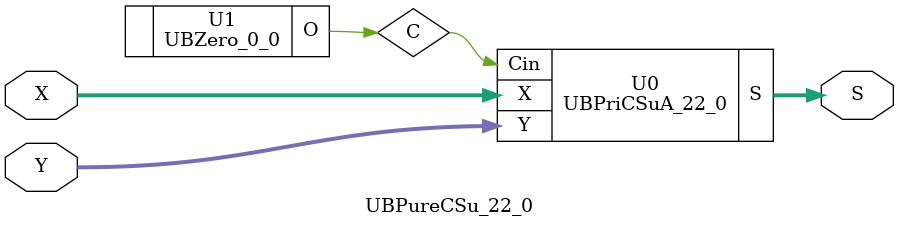
<source format=v>
/*----------------------------------------------------------------------------
  Copyright (c) 2021 Homma laboratory. All rights reserved.

  Top module: UBCSu_22_0_22_0

  Operand-1 length: 23
  Operand-2 length: 23
  Two-operand addition algorithm: Conditional sum adder
----------------------------------------------------------------------------*/

module UBFA_0(C, S, X, Y, Z);
  output C;
  output S;
  input X;
  input Y;
  input Z;
  assign C = ( X & Y ) | ( Y & Z ) | ( Z & X );
  assign S = X ^ Y ^ Z;
endmodule

module UBHCSuB_0_0(C, S, X, Y, Ci);
  output C;
  output S;
  input Ci;
  input X;
  input Y;
  UBFA_0 U0 (C, S, X, Y, Ci);
endmodule

module UBZero_1_1(O);
  output [1:1] O;
  assign O[1] = 0;
endmodule

module UBOne_1(O);
  output O;
  assign O = 1;
endmodule

module UBFA_1(C, S, X, Y, Z);
  output C;
  output S;
  input X;
  input Y;
  input Z;
  assign C = ( X & Y ) | ( Y & Z ) | ( Z & X );
  assign S = X ^ Y ^ Z;
endmodule

module UBCSuB_1_1(C_0, C_1, S_0, S_1, X, Y);
  output C_0;
  output C_1;
  output S_0;
  output S_1;
  input X;
  input Y;
  wire Ci_0;
  wire Ci_1;
  wire Co_0;
  wire Co_1;
  assign C_0 = ( Co_0 & ( ~ Ci_0 ) ) | ( Co_1 & Ci_0 );
  assign C_1 = ( Co_0 & ( ~ Ci_1 ) ) | ( Co_1 & Ci_1 );
  UBZero_1_1 U0 (Ci_0);
  UBOne_1 U1 (Ci_1);
  UBFA_1 U2 (Co_0, S_0, X, Y, Ci_0);
  UBFA_1 U3 (Co_1, S_1, X, Y, Ci_1);
endmodule

module UBHCSuB_1_0(C, S, X, Y, Ci);
  output C;
  output [1:0] S;
  input Ci;
  input [1:0] X;
  input [1:0] Y;
  wire C_0;
  wire C_1;
  wire Co;
  wire S_0;
  wire S_1;
  assign S[1] = ( S_0 & ( ~ Co ) ) | ( S_1 & Co );
  assign C = ( C_0 & ( ~ Co ) ) | ( C_1 & Co );
  UBHCSuB_0_0 U0 (Co, S[0], X[0], Y[0], Ci);
  UBCSuB_1_1 U1 (C_0, C_1, S_0, S_1, X[1], Y[1]);
endmodule

module UBZero_2_2(O);
  output [2:2] O;
  assign O[2] = 0;
endmodule

module UBOne_2(O);
  output O;
  assign O = 1;
endmodule

module UBFA_2(C, S, X, Y, Z);
  output C;
  output S;
  input X;
  input Y;
  input Z;
  assign C = ( X & Y ) | ( Y & Z ) | ( Z & X );
  assign S = X ^ Y ^ Z;
endmodule

module UBCSuB_2_2(C_0, C_1, S_0, S_1, X, Y);
  output C_0;
  output C_1;
  output S_0;
  output S_1;
  input X;
  input Y;
  wire Ci_0;
  wire Ci_1;
  wire Co_0;
  wire Co_1;
  assign C_0 = ( Co_0 & ( ~ Ci_0 ) ) | ( Co_1 & Ci_0 );
  assign C_1 = ( Co_0 & ( ~ Ci_1 ) ) | ( Co_1 & Ci_1 );
  UBZero_2_2 U0 (Ci_0);
  UBOne_2 U1 (Ci_1);
  UBFA_2 U2 (Co_0, S_0, X, Y, Ci_0);
  UBFA_2 U3 (Co_1, S_1, X, Y, Ci_1);
endmodule

module UBHCSuB_2_0(C, S, X, Y, Ci);
  output C;
  output [2:0] S;
  input Ci;
  input [2:0] X;
  input [2:0] Y;
  wire C_0;
  wire C_1;
  wire Co;
  wire S_0;
  wire S_1;
  assign S[2] = ( S_0 & ( ~ Co ) ) | ( S_1 & Co );
  assign C = ( C_0 & ( ~ Co ) ) | ( C_1 & Co );
  UBHCSuB_1_0 U0 (Co, S[1:0], X[1:0], Y[1:0], Ci);
  UBCSuB_2_2 U1 (C_0, C_1, S_0, S_1, X[2], Y[2]);
endmodule

module UBZero_3_3(O);
  output [3:3] O;
  assign O[3] = 0;
endmodule

module UBOne_3(O);
  output O;
  assign O = 1;
endmodule

module UBFA_3(C, S, X, Y, Z);
  output C;
  output S;
  input X;
  input Y;
  input Z;
  assign C = ( X & Y ) | ( Y & Z ) | ( Z & X );
  assign S = X ^ Y ^ Z;
endmodule

module UBCSuB_3_3(C_0, C_1, S_0, S_1, X, Y);
  output C_0;
  output C_1;
  output S_0;
  output S_1;
  input X;
  input Y;
  wire Ci_0;
  wire Ci_1;
  wire Co_0;
  wire Co_1;
  assign C_0 = ( Co_0 & ( ~ Ci_0 ) ) | ( Co_1 & Ci_0 );
  assign C_1 = ( Co_0 & ( ~ Ci_1 ) ) | ( Co_1 & Ci_1 );
  UBZero_3_3 U0 (Ci_0);
  UBOne_3 U1 (Ci_1);
  UBFA_3 U2 (Co_0, S_0, X, Y, Ci_0);
  UBFA_3 U3 (Co_1, S_1, X, Y, Ci_1);
endmodule

module UBZero_4_4(O);
  output [4:4] O;
  assign O[4] = 0;
endmodule

module UBOne_4(O);
  output O;
  assign O = 1;
endmodule

module UBFA_4(C, S, X, Y, Z);
  output C;
  output S;
  input X;
  input Y;
  input Z;
  assign C = ( X & Y ) | ( Y & Z ) | ( Z & X );
  assign S = X ^ Y ^ Z;
endmodule

module UBCSuB_4_4(C_0, C_1, S_0, S_1, X, Y);
  output C_0;
  output C_1;
  output S_0;
  output S_1;
  input X;
  input Y;
  wire Ci_0;
  wire Ci_1;
  wire Co_0;
  wire Co_1;
  assign C_0 = ( Co_0 & ( ~ Ci_0 ) ) | ( Co_1 & Ci_0 );
  assign C_1 = ( Co_0 & ( ~ Ci_1 ) ) | ( Co_1 & Ci_1 );
  UBZero_4_4 U0 (Ci_0);
  UBOne_4 U1 (Ci_1);
  UBFA_4 U2 (Co_0, S_0, X, Y, Ci_0);
  UBFA_4 U3 (Co_1, S_1, X, Y, Ci_1);
endmodule

module UBCSuB_4_3(C_0, C_1, S_0, S_1, X, Y);
  output C_0;
  output C_1;
  output [4:3] S_0;
  output [4:3] S_1;
  input [4:3] X;
  input [4:3] Y;
  wire Ci_0;
  wire Ci_1;
  wire Co_0;
  wire Co_1;
  wire So_0;
  wire So_1;
  assign S_0[4] = ( So_0 & ( ~ Ci_0 ) ) | ( So_1 & Ci_0 );
  assign C_0 = ( Co_0 & ( ~ Ci_0 ) ) | ( Co_1 & Ci_0 );
  assign S_1[4] = ( So_0 & ( ~ Ci_1 ) ) | ( So_1 & Ci_1 );
  assign C_1 = ( Co_0 & ( ~ Ci_1 ) ) | ( Co_1 & Ci_1 );
  UBCSuB_3_3 U0 (Ci_0, Ci_1, S_0[3], S_1[3], X[3], Y[3]);
  UBCSuB_4_4 U1 (Co_0, Co_1, So_0, So_1, X[4], Y[4]);
endmodule

module UBZero_5_5(O);
  output [5:5] O;
  assign O[5] = 0;
endmodule

module UBOne_5(O);
  output O;
  assign O = 1;
endmodule

module UBFA_5(C, S, X, Y, Z);
  output C;
  output S;
  input X;
  input Y;
  input Z;
  assign C = ( X & Y ) | ( Y & Z ) | ( Z & X );
  assign S = X ^ Y ^ Z;
endmodule

module UBCSuB_5_5(C_0, C_1, S_0, S_1, X, Y);
  output C_0;
  output C_1;
  output S_0;
  output S_1;
  input X;
  input Y;
  wire Ci_0;
  wire Ci_1;
  wire Co_0;
  wire Co_1;
  assign C_0 = ( Co_0 & ( ~ Ci_0 ) ) | ( Co_1 & Ci_0 );
  assign C_1 = ( Co_0 & ( ~ Ci_1 ) ) | ( Co_1 & Ci_1 );
  UBZero_5_5 U0 (Ci_0);
  UBOne_5 U1 (Ci_1);
  UBFA_5 U2 (Co_0, S_0, X, Y, Ci_0);
  UBFA_5 U3 (Co_1, S_1, X, Y, Ci_1);
endmodule

module UBCSuB_5_3(C_0, C_1, S_0, S_1, X, Y);
  output C_0;
  output C_1;
  output [5:3] S_0;
  output [5:3] S_1;
  input [5:3] X;
  input [5:3] Y;
  wire Ci_0;
  wire Ci_1;
  wire Co_0;
  wire Co_1;
  wire [5:5] So_0;
  wire [5:5] So_1;
  assign S_0[5] = ( So_0 & ( ~ Ci_0 ) ) | ( So_1 & Ci_0 );
  assign C_0 = ( Co_0 & ( ~ Ci_0 ) ) | ( Co_1 & Ci_0 );
  assign S_1[5] = ( So_0 & ( ~ Ci_1 ) ) | ( So_1 & Ci_1 );
  assign C_1 = ( Co_0 & ( ~ Ci_1 ) ) | ( Co_1 & Ci_1 );
  UBCSuB_4_3 U0 (Ci_0, Ci_1, S_0[4:3], S_1[4:3], X[4:3], Y[4:3]);
  UBCSuB_5_5 U1 (Co_0, Co_1, So_0, So_1, X[5], Y[5]);
endmodule

module UBHCSuB_5_0(C, S, X, Y, Ci);
  output C;
  output [5:0] S;
  input Ci;
  input [5:0] X;
  input [5:0] Y;
  wire C_0;
  wire C_1;
  wire Co;
  wire [5:3] S_0;
  wire [5:3] S_1;
  assign S[3] = ( S_0[3] & ( ~ Co ) ) | ( S_1[3] & Co );
  assign S[4] = ( S_0[4] & ( ~ Co ) ) | ( S_1[4] & Co );
  assign S[5] = ( S_0[5] & ( ~ Co ) ) | ( S_1[5] & Co );
  assign C = ( C_0 & ( ~ Co ) ) | ( C_1 & Co );
  UBHCSuB_2_0 U0 (Co, S[2:0], X[2:0], Y[2:0], Ci);
  UBCSuB_5_3 U1 (C_0, C_1, S_0, S_1, X[5:3], Y[5:3]);
endmodule

module UBZero_6_6(O);
  output [6:6] O;
  assign O[6] = 0;
endmodule

module UBOne_6(O);
  output O;
  assign O = 1;
endmodule

module UBFA_6(C, S, X, Y, Z);
  output C;
  output S;
  input X;
  input Y;
  input Z;
  assign C = ( X & Y ) | ( Y & Z ) | ( Z & X );
  assign S = X ^ Y ^ Z;
endmodule

module UBCSuB_6_6(C_0, C_1, S_0, S_1, X, Y);
  output C_0;
  output C_1;
  output S_0;
  output S_1;
  input X;
  input Y;
  wire Ci_0;
  wire Ci_1;
  wire Co_0;
  wire Co_1;
  assign C_0 = ( Co_0 & ( ~ Ci_0 ) ) | ( Co_1 & Ci_0 );
  assign C_1 = ( Co_0 & ( ~ Ci_1 ) ) | ( Co_1 & Ci_1 );
  UBZero_6_6 U0 (Ci_0);
  UBOne_6 U1 (Ci_1);
  UBFA_6 U2 (Co_0, S_0, X, Y, Ci_0);
  UBFA_6 U3 (Co_1, S_1, X, Y, Ci_1);
endmodule

module UBZero_7_7(O);
  output [7:7] O;
  assign O[7] = 0;
endmodule

module UBOne_7(O);
  output O;
  assign O = 1;
endmodule

module UBFA_7(C, S, X, Y, Z);
  output C;
  output S;
  input X;
  input Y;
  input Z;
  assign C = ( X & Y ) | ( Y & Z ) | ( Z & X );
  assign S = X ^ Y ^ Z;
endmodule

module UBCSuB_7_7(C_0, C_1, S_0, S_1, X, Y);
  output C_0;
  output C_1;
  output S_0;
  output S_1;
  input X;
  input Y;
  wire Ci_0;
  wire Ci_1;
  wire Co_0;
  wire Co_1;
  assign C_0 = ( Co_0 & ( ~ Ci_0 ) ) | ( Co_1 & Ci_0 );
  assign C_1 = ( Co_0 & ( ~ Ci_1 ) ) | ( Co_1 & Ci_1 );
  UBZero_7_7 U0 (Ci_0);
  UBOne_7 U1 (Ci_1);
  UBFA_7 U2 (Co_0, S_0, X, Y, Ci_0);
  UBFA_7 U3 (Co_1, S_1, X, Y, Ci_1);
endmodule

module UBCSuB_7_6(C_0, C_1, S_0, S_1, X, Y);
  output C_0;
  output C_1;
  output [7:6] S_0;
  output [7:6] S_1;
  input [7:6] X;
  input [7:6] Y;
  wire Ci_0;
  wire Ci_1;
  wire Co_0;
  wire Co_1;
  wire So_0;
  wire So_1;
  assign S_0[7] = ( So_0 & ( ~ Ci_0 ) ) | ( So_1 & Ci_0 );
  assign C_0 = ( Co_0 & ( ~ Ci_0 ) ) | ( Co_1 & Ci_0 );
  assign S_1[7] = ( So_0 & ( ~ Ci_1 ) ) | ( So_1 & Ci_1 );
  assign C_1 = ( Co_0 & ( ~ Ci_1 ) ) | ( Co_1 & Ci_1 );
  UBCSuB_6_6 U0 (Ci_0, Ci_1, S_0[6], S_1[6], X[6], Y[6]);
  UBCSuB_7_7 U1 (Co_0, Co_1, So_0, So_1, X[7], Y[7]);
endmodule

module UBZero_8_8(O);
  output [8:8] O;
  assign O[8] = 0;
endmodule

module UBOne_8(O);
  output O;
  assign O = 1;
endmodule

module UBFA_8(C, S, X, Y, Z);
  output C;
  output S;
  input X;
  input Y;
  input Z;
  assign C = ( X & Y ) | ( Y & Z ) | ( Z & X );
  assign S = X ^ Y ^ Z;
endmodule

module UBCSuB_8_8(C_0, C_1, S_0, S_1, X, Y);
  output C_0;
  output C_1;
  output S_0;
  output S_1;
  input X;
  input Y;
  wire Ci_0;
  wire Ci_1;
  wire Co_0;
  wire Co_1;
  assign C_0 = ( Co_0 & ( ~ Ci_0 ) ) | ( Co_1 & Ci_0 );
  assign C_1 = ( Co_0 & ( ~ Ci_1 ) ) | ( Co_1 & Ci_1 );
  UBZero_8_8 U0 (Ci_0);
  UBOne_8 U1 (Ci_1);
  UBFA_8 U2 (Co_0, S_0, X, Y, Ci_0);
  UBFA_8 U3 (Co_1, S_1, X, Y, Ci_1);
endmodule

module UBCSuB_8_6(C_0, C_1, S_0, S_1, X, Y);
  output C_0;
  output C_1;
  output [8:6] S_0;
  output [8:6] S_1;
  input [8:6] X;
  input [8:6] Y;
  wire Ci_0;
  wire Ci_1;
  wire Co_0;
  wire Co_1;
  wire [8:8] So_0;
  wire [8:8] So_1;
  assign S_0[8] = ( So_0 & ( ~ Ci_0 ) ) | ( So_1 & Ci_0 );
  assign C_0 = ( Co_0 & ( ~ Ci_0 ) ) | ( Co_1 & Ci_0 );
  assign S_1[8] = ( So_0 & ( ~ Ci_1 ) ) | ( So_1 & Ci_1 );
  assign C_1 = ( Co_0 & ( ~ Ci_1 ) ) | ( Co_1 & Ci_1 );
  UBCSuB_7_6 U0 (Ci_0, Ci_1, S_0[7:6], S_1[7:6], X[7:6], Y[7:6]);
  UBCSuB_8_8 U1 (Co_0, Co_1, So_0, So_1, X[8], Y[8]);
endmodule

module UBZero_9_9(O);
  output [9:9] O;
  assign O[9] = 0;
endmodule

module UBOne_9(O);
  output O;
  assign O = 1;
endmodule

module UBFA_9(C, S, X, Y, Z);
  output C;
  output S;
  input X;
  input Y;
  input Z;
  assign C = ( X & Y ) | ( Y & Z ) | ( Z & X );
  assign S = X ^ Y ^ Z;
endmodule

module UBCSuB_9_9(C_0, C_1, S_0, S_1, X, Y);
  output C_0;
  output C_1;
  output S_0;
  output S_1;
  input X;
  input Y;
  wire Ci_0;
  wire Ci_1;
  wire Co_0;
  wire Co_1;
  assign C_0 = ( Co_0 & ( ~ Ci_0 ) ) | ( Co_1 & Ci_0 );
  assign C_1 = ( Co_0 & ( ~ Ci_1 ) ) | ( Co_1 & Ci_1 );
  UBZero_9_9 U0 (Ci_0);
  UBOne_9 U1 (Ci_1);
  UBFA_9 U2 (Co_0, S_0, X, Y, Ci_0);
  UBFA_9 U3 (Co_1, S_1, X, Y, Ci_1);
endmodule

module UBZero_10_10(O);
  output [10:10] O;
  assign O[10] = 0;
endmodule

module UBOne_10(O);
  output O;
  assign O = 1;
endmodule

module UBFA_10(C, S, X, Y, Z);
  output C;
  output S;
  input X;
  input Y;
  input Z;
  assign C = ( X & Y ) | ( Y & Z ) | ( Z & X );
  assign S = X ^ Y ^ Z;
endmodule

module UBCSuB_10_10(C_0, C_1, S_0, S_1, X, Y);
  output C_0;
  output C_1;
  output S_0;
  output S_1;
  input X;
  input Y;
  wire Ci_0;
  wire Ci_1;
  wire Co_0;
  wire Co_1;
  assign C_0 = ( Co_0 & ( ~ Ci_0 ) ) | ( Co_1 & Ci_0 );
  assign C_1 = ( Co_0 & ( ~ Ci_1 ) ) | ( Co_1 & Ci_1 );
  UBZero_10_10 U0 (Ci_0);
  UBOne_10 U1 (Ci_1);
  UBFA_10 U2 (Co_0, S_0, X, Y, Ci_0);
  UBFA_10 U3 (Co_1, S_1, X, Y, Ci_1);
endmodule

module UBCSuB_10_9(C_0, C_1, S_0, S_1, X, Y);
  output C_0;
  output C_1;
  output [10:9] S_0;
  output [10:9] S_1;
  input [10:9] X;
  input [10:9] Y;
  wire Ci_0;
  wire Ci_1;
  wire Co_0;
  wire Co_1;
  wire So_0;
  wire So_1;
  assign S_0[10] = ( So_0 & ( ~ Ci_0 ) ) | ( So_1 & Ci_0 );
  assign C_0 = ( Co_0 & ( ~ Ci_0 ) ) | ( Co_1 & Ci_0 );
  assign S_1[10] = ( So_0 & ( ~ Ci_1 ) ) | ( So_1 & Ci_1 );
  assign C_1 = ( Co_0 & ( ~ Ci_1 ) ) | ( Co_1 & Ci_1 );
  UBCSuB_9_9 U0 (Ci_0, Ci_1, S_0[9], S_1[9], X[9], Y[9]);
  UBCSuB_10_10 U1 (Co_0, Co_1, So_0, So_1, X[10], Y[10]);
endmodule

module UBZero_11_11(O);
  output [11:11] O;
  assign O[11] = 0;
endmodule

module UBOne_11(O);
  output O;
  assign O = 1;
endmodule

module UBFA_11(C, S, X, Y, Z);
  output C;
  output S;
  input X;
  input Y;
  input Z;
  assign C = ( X & Y ) | ( Y & Z ) | ( Z & X );
  assign S = X ^ Y ^ Z;
endmodule

module UBCSuB_11_11(C_0, C_1, S_0, S_1, X, Y);
  output C_0;
  output C_1;
  output S_0;
  output S_1;
  input X;
  input Y;
  wire Ci_0;
  wire Ci_1;
  wire Co_0;
  wire Co_1;
  assign C_0 = ( Co_0 & ( ~ Ci_0 ) ) | ( Co_1 & Ci_0 );
  assign C_1 = ( Co_0 & ( ~ Ci_1 ) ) | ( Co_1 & Ci_1 );
  UBZero_11_11 U0 (Ci_0);
  UBOne_11 U1 (Ci_1);
  UBFA_11 U2 (Co_0, S_0, X, Y, Ci_0);
  UBFA_11 U3 (Co_1, S_1, X, Y, Ci_1);
endmodule

module UBCSuB_11_9(C_0, C_1, S_0, S_1, X, Y);
  output C_0;
  output C_1;
  output [11:9] S_0;
  output [11:9] S_1;
  input [11:9] X;
  input [11:9] Y;
  wire Ci_0;
  wire Ci_1;
  wire Co_0;
  wire Co_1;
  wire [11:11] So_0;
  wire [11:11] So_1;
  assign S_0[11] = ( So_0 & ( ~ Ci_0 ) ) | ( So_1 & Ci_0 );
  assign C_0 = ( Co_0 & ( ~ Ci_0 ) ) | ( Co_1 & Ci_0 );
  assign S_1[11] = ( So_0 & ( ~ Ci_1 ) ) | ( So_1 & Ci_1 );
  assign C_1 = ( Co_0 & ( ~ Ci_1 ) ) | ( Co_1 & Ci_1 );
  UBCSuB_10_9 U0 (Ci_0, Ci_1, S_0[10:9], S_1[10:9], X[10:9], Y[10:9]);
  UBCSuB_11_11 U1 (Co_0, Co_1, So_0, So_1, X[11], Y[11]);
endmodule

module UBCSuB_11_6(C_0, C_1, S_0, S_1, X, Y);
  output C_0;
  output C_1;
  output [11:6] S_0;
  output [11:6] S_1;
  input [11:6] X;
  input [11:6] Y;
  wire Ci_0;
  wire Ci_1;
  wire Co_0;
  wire Co_1;
  wire [11:9] So_0;
  wire [11:9] So_1;
  assign S_0[9] = ( So_0[9] & ( ~ Ci_0 ) ) | ( So_1[9] & Ci_0 );
  assign S_0[10] = ( So_0[10] & ( ~ Ci_0 ) ) | ( So_1[10] & Ci_0 );
  assign S_0[11] = ( So_0[11] & ( ~ Ci_0 ) ) | ( So_1[11] & Ci_0 );
  assign C_0 = ( Co_0 & ( ~ Ci_0 ) ) | ( Co_1 & Ci_0 );
  assign S_1[9] = ( So_0[9] & ( ~ Ci_1 ) ) | ( So_1[9] & Ci_1 );
  assign S_1[10] = ( So_0[10] & ( ~ Ci_1 ) ) | ( So_1[10] & Ci_1 );
  assign S_1[11] = ( So_0[11] & ( ~ Ci_1 ) ) | ( So_1[11] & Ci_1 );
  assign C_1 = ( Co_0 & ( ~ Ci_1 ) ) | ( Co_1 & Ci_1 );
  UBCSuB_8_6 U0 (Ci_0, Ci_1, S_0[8:6], S_1[8:6], X[8:6], Y[8:6]);
  UBCSuB_11_9 U1 (Co_0, Co_1, So_0, So_1, X[11:9], Y[11:9]);
endmodule

module UBHCSuB_11_0(C, S, X, Y, Ci);
  output C;
  output [11:0] S;
  input Ci;
  input [11:0] X;
  input [11:0] Y;
  wire C_0;
  wire C_1;
  wire Co;
  wire [11:6] S_0;
  wire [11:6] S_1;
  assign S[6] = ( S_0[6] & ( ~ Co ) ) | ( S_1[6] & Co );
  assign S[7] = ( S_0[7] & ( ~ Co ) ) | ( S_1[7] & Co );
  assign S[8] = ( S_0[8] & ( ~ Co ) ) | ( S_1[8] & Co );
  assign S[9] = ( S_0[9] & ( ~ Co ) ) | ( S_1[9] & Co );
  assign S[10] = ( S_0[10] & ( ~ Co ) ) | ( S_1[10] & Co );
  assign S[11] = ( S_0[11] & ( ~ Co ) ) | ( S_1[11] & Co );
  assign C = ( C_0 & ( ~ Co ) ) | ( C_1 & Co );
  UBHCSuB_5_0 U0 (Co, S[5:0], X[5:0], Y[5:0], Ci);
  UBCSuB_11_6 U1 (C_0, C_1, S_0, S_1, X[11:6], Y[11:6]);
endmodule

module UBZero_12_12(O);
  output [12:12] O;
  assign O[12] = 0;
endmodule

module UBOne_12(O);
  output O;
  assign O = 1;
endmodule

module UBFA_12(C, S, X, Y, Z);
  output C;
  output S;
  input X;
  input Y;
  input Z;
  assign C = ( X & Y ) | ( Y & Z ) | ( Z & X );
  assign S = X ^ Y ^ Z;
endmodule

module UBCSuB_12_12(C_0, C_1, S_0, S_1, X, Y);
  output C_0;
  output C_1;
  output S_0;
  output S_1;
  input X;
  input Y;
  wire Ci_0;
  wire Ci_1;
  wire Co_0;
  wire Co_1;
  assign C_0 = ( Co_0 & ( ~ Ci_0 ) ) | ( Co_1 & Ci_0 );
  assign C_1 = ( Co_0 & ( ~ Ci_1 ) ) | ( Co_1 & Ci_1 );
  UBZero_12_12 U0 (Ci_0);
  UBOne_12 U1 (Ci_1);
  UBFA_12 U2 (Co_0, S_0, X, Y, Ci_0);
  UBFA_12 U3 (Co_1, S_1, X, Y, Ci_1);
endmodule

module UBZero_13_13(O);
  output [13:13] O;
  assign O[13] = 0;
endmodule

module UBOne_13(O);
  output O;
  assign O = 1;
endmodule

module UBFA_13(C, S, X, Y, Z);
  output C;
  output S;
  input X;
  input Y;
  input Z;
  assign C = ( X & Y ) | ( Y & Z ) | ( Z & X );
  assign S = X ^ Y ^ Z;
endmodule

module UBCSuB_13_13(C_0, C_1, S_0, S_1, X, Y);
  output C_0;
  output C_1;
  output S_0;
  output S_1;
  input X;
  input Y;
  wire Ci_0;
  wire Ci_1;
  wire Co_0;
  wire Co_1;
  assign C_0 = ( Co_0 & ( ~ Ci_0 ) ) | ( Co_1 & Ci_0 );
  assign C_1 = ( Co_0 & ( ~ Ci_1 ) ) | ( Co_1 & Ci_1 );
  UBZero_13_13 U0 (Ci_0);
  UBOne_13 U1 (Ci_1);
  UBFA_13 U2 (Co_0, S_0, X, Y, Ci_0);
  UBFA_13 U3 (Co_1, S_1, X, Y, Ci_1);
endmodule

module UBCSuB_13_12(C_0, C_1, S_0, S_1, X, Y);
  output C_0;
  output C_1;
  output [13:12] S_0;
  output [13:12] S_1;
  input [13:12] X;
  input [13:12] Y;
  wire Ci_0;
  wire Ci_1;
  wire Co_0;
  wire Co_1;
  wire So_0;
  wire So_1;
  assign S_0[13] = ( So_0 & ( ~ Ci_0 ) ) | ( So_1 & Ci_0 );
  assign C_0 = ( Co_0 & ( ~ Ci_0 ) ) | ( Co_1 & Ci_0 );
  assign S_1[13] = ( So_0 & ( ~ Ci_1 ) ) | ( So_1 & Ci_1 );
  assign C_1 = ( Co_0 & ( ~ Ci_1 ) ) | ( Co_1 & Ci_1 );
  UBCSuB_12_12 U0 (Ci_0, Ci_1, S_0[12], S_1[12], X[12], Y[12]);
  UBCSuB_13_13 U1 (Co_0, Co_1, So_0, So_1, X[13], Y[13]);
endmodule

module UBZero_14_14(O);
  output [14:14] O;
  assign O[14] = 0;
endmodule

module UBOne_14(O);
  output O;
  assign O = 1;
endmodule

module UBFA_14(C, S, X, Y, Z);
  output C;
  output S;
  input X;
  input Y;
  input Z;
  assign C = ( X & Y ) | ( Y & Z ) | ( Z & X );
  assign S = X ^ Y ^ Z;
endmodule

module UBCSuB_14_14(C_0, C_1, S_0, S_1, X, Y);
  output C_0;
  output C_1;
  output S_0;
  output S_1;
  input X;
  input Y;
  wire Ci_0;
  wire Ci_1;
  wire Co_0;
  wire Co_1;
  assign C_0 = ( Co_0 & ( ~ Ci_0 ) ) | ( Co_1 & Ci_0 );
  assign C_1 = ( Co_0 & ( ~ Ci_1 ) ) | ( Co_1 & Ci_1 );
  UBZero_14_14 U0 (Ci_0);
  UBOne_14 U1 (Ci_1);
  UBFA_14 U2 (Co_0, S_0, X, Y, Ci_0);
  UBFA_14 U3 (Co_1, S_1, X, Y, Ci_1);
endmodule

module UBCSuB_14_12(C_0, C_1, S_0, S_1, X, Y);
  output C_0;
  output C_1;
  output [14:12] S_0;
  output [14:12] S_1;
  input [14:12] X;
  input [14:12] Y;
  wire Ci_0;
  wire Ci_1;
  wire Co_0;
  wire Co_1;
  wire [14:14] So_0;
  wire [14:14] So_1;
  assign S_0[14] = ( So_0 & ( ~ Ci_0 ) ) | ( So_1 & Ci_0 );
  assign C_0 = ( Co_0 & ( ~ Ci_0 ) ) | ( Co_1 & Ci_0 );
  assign S_1[14] = ( So_0 & ( ~ Ci_1 ) ) | ( So_1 & Ci_1 );
  assign C_1 = ( Co_0 & ( ~ Ci_1 ) ) | ( Co_1 & Ci_1 );
  UBCSuB_13_12 U0 (Ci_0, Ci_1, S_0[13:12], S_1[13:12], X[13:12], Y[13:12]);
  UBCSuB_14_14 U1 (Co_0, Co_1, So_0, So_1, X[14], Y[14]);
endmodule

module UBZero_15_15(O);
  output [15:15] O;
  assign O[15] = 0;
endmodule

module UBOne_15(O);
  output O;
  assign O = 1;
endmodule

module UBFA_15(C, S, X, Y, Z);
  output C;
  output S;
  input X;
  input Y;
  input Z;
  assign C = ( X & Y ) | ( Y & Z ) | ( Z & X );
  assign S = X ^ Y ^ Z;
endmodule

module UBCSuB_15_15(C_0, C_1, S_0, S_1, X, Y);
  output C_0;
  output C_1;
  output S_0;
  output S_1;
  input X;
  input Y;
  wire Ci_0;
  wire Ci_1;
  wire Co_0;
  wire Co_1;
  assign C_0 = ( Co_0 & ( ~ Ci_0 ) ) | ( Co_1 & Ci_0 );
  assign C_1 = ( Co_0 & ( ~ Ci_1 ) ) | ( Co_1 & Ci_1 );
  UBZero_15_15 U0 (Ci_0);
  UBOne_15 U1 (Ci_1);
  UBFA_15 U2 (Co_0, S_0, X, Y, Ci_0);
  UBFA_15 U3 (Co_1, S_1, X, Y, Ci_1);
endmodule

module UBZero_16_16(O);
  output [16:16] O;
  assign O[16] = 0;
endmodule

module UBOne_16(O);
  output O;
  assign O = 1;
endmodule

module UBFA_16(C, S, X, Y, Z);
  output C;
  output S;
  input X;
  input Y;
  input Z;
  assign C = ( X & Y ) | ( Y & Z ) | ( Z & X );
  assign S = X ^ Y ^ Z;
endmodule

module UBCSuB_16_16(C_0, C_1, S_0, S_1, X, Y);
  output C_0;
  output C_1;
  output S_0;
  output S_1;
  input X;
  input Y;
  wire Ci_0;
  wire Ci_1;
  wire Co_0;
  wire Co_1;
  assign C_0 = ( Co_0 & ( ~ Ci_0 ) ) | ( Co_1 & Ci_0 );
  assign C_1 = ( Co_0 & ( ~ Ci_1 ) ) | ( Co_1 & Ci_1 );
  UBZero_16_16 U0 (Ci_0);
  UBOne_16 U1 (Ci_1);
  UBFA_16 U2 (Co_0, S_0, X, Y, Ci_0);
  UBFA_16 U3 (Co_1, S_1, X, Y, Ci_1);
endmodule

module UBCSuB_16_15(C_0, C_1, S_0, S_1, X, Y);
  output C_0;
  output C_1;
  output [16:15] S_0;
  output [16:15] S_1;
  input [16:15] X;
  input [16:15] Y;
  wire Ci_0;
  wire Ci_1;
  wire Co_0;
  wire Co_1;
  wire So_0;
  wire So_1;
  assign S_0[16] = ( So_0 & ( ~ Ci_0 ) ) | ( So_1 & Ci_0 );
  assign C_0 = ( Co_0 & ( ~ Ci_0 ) ) | ( Co_1 & Ci_0 );
  assign S_1[16] = ( So_0 & ( ~ Ci_1 ) ) | ( So_1 & Ci_1 );
  assign C_1 = ( Co_0 & ( ~ Ci_1 ) ) | ( Co_1 & Ci_1 );
  UBCSuB_15_15 U0 (Ci_0, Ci_1, S_0[15], S_1[15], X[15], Y[15]);
  UBCSuB_16_16 U1 (Co_0, Co_1, So_0, So_1, X[16], Y[16]);
endmodule

module UBZero_17_17(O);
  output [17:17] O;
  assign O[17] = 0;
endmodule

module UBOne_17(O);
  output O;
  assign O = 1;
endmodule

module UBFA_17(C, S, X, Y, Z);
  output C;
  output S;
  input X;
  input Y;
  input Z;
  assign C = ( X & Y ) | ( Y & Z ) | ( Z & X );
  assign S = X ^ Y ^ Z;
endmodule

module UBCSuB_17_17(C_0, C_1, S_0, S_1, X, Y);
  output C_0;
  output C_1;
  output S_0;
  output S_1;
  input X;
  input Y;
  wire Ci_0;
  wire Ci_1;
  wire Co_0;
  wire Co_1;
  assign C_0 = ( Co_0 & ( ~ Ci_0 ) ) | ( Co_1 & Ci_0 );
  assign C_1 = ( Co_0 & ( ~ Ci_1 ) ) | ( Co_1 & Ci_1 );
  UBZero_17_17 U0 (Ci_0);
  UBOne_17 U1 (Ci_1);
  UBFA_17 U2 (Co_0, S_0, X, Y, Ci_0);
  UBFA_17 U3 (Co_1, S_1, X, Y, Ci_1);
endmodule

module UBCSuB_17_15(C_0, C_1, S_0, S_1, X, Y);
  output C_0;
  output C_1;
  output [17:15] S_0;
  output [17:15] S_1;
  input [17:15] X;
  input [17:15] Y;
  wire Ci_0;
  wire Ci_1;
  wire Co_0;
  wire Co_1;
  wire [17:17] So_0;
  wire [17:17] So_1;
  assign S_0[17] = ( So_0 & ( ~ Ci_0 ) ) | ( So_1 & Ci_0 );
  assign C_0 = ( Co_0 & ( ~ Ci_0 ) ) | ( Co_1 & Ci_0 );
  assign S_1[17] = ( So_0 & ( ~ Ci_1 ) ) | ( So_1 & Ci_1 );
  assign C_1 = ( Co_0 & ( ~ Ci_1 ) ) | ( Co_1 & Ci_1 );
  UBCSuB_16_15 U0 (Ci_0, Ci_1, S_0[16:15], S_1[16:15], X[16:15], Y[16:15]);
  UBCSuB_17_17 U1 (Co_0, Co_1, So_0, So_1, X[17], Y[17]);
endmodule

module UBCSuB_17_12(C_0, C_1, S_0, S_1, X, Y);
  output C_0;
  output C_1;
  output [17:12] S_0;
  output [17:12] S_1;
  input [17:12] X;
  input [17:12] Y;
  wire Ci_0;
  wire Ci_1;
  wire Co_0;
  wire Co_1;
  wire [17:15] So_0;
  wire [17:15] So_1;
  assign S_0[15] = ( So_0[15] & ( ~ Ci_0 ) ) | ( So_1[15] & Ci_0 );
  assign S_0[16] = ( So_0[16] & ( ~ Ci_0 ) ) | ( So_1[16] & Ci_0 );
  assign S_0[17] = ( So_0[17] & ( ~ Ci_0 ) ) | ( So_1[17] & Ci_0 );
  assign C_0 = ( Co_0 & ( ~ Ci_0 ) ) | ( Co_1 & Ci_0 );
  assign S_1[15] = ( So_0[15] & ( ~ Ci_1 ) ) | ( So_1[15] & Ci_1 );
  assign S_1[16] = ( So_0[16] & ( ~ Ci_1 ) ) | ( So_1[16] & Ci_1 );
  assign S_1[17] = ( So_0[17] & ( ~ Ci_1 ) ) | ( So_1[17] & Ci_1 );
  assign C_1 = ( Co_0 & ( ~ Ci_1 ) ) | ( Co_1 & Ci_1 );
  UBCSuB_14_12 U0 (Ci_0, Ci_1, S_0[14:12], S_1[14:12], X[14:12], Y[14:12]);
  UBCSuB_17_15 U1 (Co_0, Co_1, So_0, So_1, X[17:15], Y[17:15]);
endmodule

module UBZero_18_18(O);
  output [18:18] O;
  assign O[18] = 0;
endmodule

module UBOne_18(O);
  output O;
  assign O = 1;
endmodule

module UBFA_18(C, S, X, Y, Z);
  output C;
  output S;
  input X;
  input Y;
  input Z;
  assign C = ( X & Y ) | ( Y & Z ) | ( Z & X );
  assign S = X ^ Y ^ Z;
endmodule

module UBCSuB_18_18(C_0, C_1, S_0, S_1, X, Y);
  output C_0;
  output C_1;
  output S_0;
  output S_1;
  input X;
  input Y;
  wire Ci_0;
  wire Ci_1;
  wire Co_0;
  wire Co_1;
  assign C_0 = ( Co_0 & ( ~ Ci_0 ) ) | ( Co_1 & Ci_0 );
  assign C_1 = ( Co_0 & ( ~ Ci_1 ) ) | ( Co_1 & Ci_1 );
  UBZero_18_18 U0 (Ci_0);
  UBOne_18 U1 (Ci_1);
  UBFA_18 U2 (Co_0, S_0, X, Y, Ci_0);
  UBFA_18 U3 (Co_1, S_1, X, Y, Ci_1);
endmodule

module UBZero_19_19(O);
  output [19:19] O;
  assign O[19] = 0;
endmodule

module UBOne_19(O);
  output O;
  assign O = 1;
endmodule

module UBFA_19(C, S, X, Y, Z);
  output C;
  output S;
  input X;
  input Y;
  input Z;
  assign C = ( X & Y ) | ( Y & Z ) | ( Z & X );
  assign S = X ^ Y ^ Z;
endmodule

module UBCSuB_19_19(C_0, C_1, S_0, S_1, X, Y);
  output C_0;
  output C_1;
  output S_0;
  output S_1;
  input X;
  input Y;
  wire Ci_0;
  wire Ci_1;
  wire Co_0;
  wire Co_1;
  assign C_0 = ( Co_0 & ( ~ Ci_0 ) ) | ( Co_1 & Ci_0 );
  assign C_1 = ( Co_0 & ( ~ Ci_1 ) ) | ( Co_1 & Ci_1 );
  UBZero_19_19 U0 (Ci_0);
  UBOne_19 U1 (Ci_1);
  UBFA_19 U2 (Co_0, S_0, X, Y, Ci_0);
  UBFA_19 U3 (Co_1, S_1, X, Y, Ci_1);
endmodule

module UBCSuB_19_18(C_0, C_1, S_0, S_1, X, Y);
  output C_0;
  output C_1;
  output [19:18] S_0;
  output [19:18] S_1;
  input [19:18] X;
  input [19:18] Y;
  wire Ci_0;
  wire Ci_1;
  wire Co_0;
  wire Co_1;
  wire So_0;
  wire So_1;
  assign S_0[19] = ( So_0 & ( ~ Ci_0 ) ) | ( So_1 & Ci_0 );
  assign C_0 = ( Co_0 & ( ~ Ci_0 ) ) | ( Co_1 & Ci_0 );
  assign S_1[19] = ( So_0 & ( ~ Ci_1 ) ) | ( So_1 & Ci_1 );
  assign C_1 = ( Co_0 & ( ~ Ci_1 ) ) | ( Co_1 & Ci_1 );
  UBCSuB_18_18 U0 (Ci_0, Ci_1, S_0[18], S_1[18], X[18], Y[18]);
  UBCSuB_19_19 U1 (Co_0, Co_1, So_0, So_1, X[19], Y[19]);
endmodule

module UBZero_20_20(O);
  output [20:20] O;
  assign O[20] = 0;
endmodule

module UBOne_20(O);
  output O;
  assign O = 1;
endmodule

module UBFA_20(C, S, X, Y, Z);
  output C;
  output S;
  input X;
  input Y;
  input Z;
  assign C = ( X & Y ) | ( Y & Z ) | ( Z & X );
  assign S = X ^ Y ^ Z;
endmodule

module UBCSuB_20_20(C_0, C_1, S_0, S_1, X, Y);
  output C_0;
  output C_1;
  output S_0;
  output S_1;
  input X;
  input Y;
  wire Ci_0;
  wire Ci_1;
  wire Co_0;
  wire Co_1;
  assign C_0 = ( Co_0 & ( ~ Ci_0 ) ) | ( Co_1 & Ci_0 );
  assign C_1 = ( Co_0 & ( ~ Ci_1 ) ) | ( Co_1 & Ci_1 );
  UBZero_20_20 U0 (Ci_0);
  UBOne_20 U1 (Ci_1);
  UBFA_20 U2 (Co_0, S_0, X, Y, Ci_0);
  UBFA_20 U3 (Co_1, S_1, X, Y, Ci_1);
endmodule

module UBCSuB_20_18(C_0, C_1, S_0, S_1, X, Y);
  output C_0;
  output C_1;
  output [20:18] S_0;
  output [20:18] S_1;
  input [20:18] X;
  input [20:18] Y;
  wire Ci_0;
  wire Ci_1;
  wire Co_0;
  wire Co_1;
  wire [20:20] So_0;
  wire [20:20] So_1;
  assign S_0[20] = ( So_0 & ( ~ Ci_0 ) ) | ( So_1 & Ci_0 );
  assign C_0 = ( Co_0 & ( ~ Ci_0 ) ) | ( Co_1 & Ci_0 );
  assign S_1[20] = ( So_0 & ( ~ Ci_1 ) ) | ( So_1 & Ci_1 );
  assign C_1 = ( Co_0 & ( ~ Ci_1 ) ) | ( Co_1 & Ci_1 );
  UBCSuB_19_18 U0 (Ci_0, Ci_1, S_0[19:18], S_1[19:18], X[19:18], Y[19:18]);
  UBCSuB_20_20 U1 (Co_0, Co_1, So_0, So_1, X[20], Y[20]);
endmodule

module UBZero_21_21(O);
  output [21:21] O;
  assign O[21] = 0;
endmodule

module UBOne_21(O);
  output O;
  assign O = 1;
endmodule

module UBFA_21(C, S, X, Y, Z);
  output C;
  output S;
  input X;
  input Y;
  input Z;
  assign C = ( X & Y ) | ( Y & Z ) | ( Z & X );
  assign S = X ^ Y ^ Z;
endmodule

module UBCSuB_21_21(C_0, C_1, S_0, S_1, X, Y);
  output C_0;
  output C_1;
  output S_0;
  output S_1;
  input X;
  input Y;
  wire Ci_0;
  wire Ci_1;
  wire Co_0;
  wire Co_1;
  assign C_0 = ( Co_0 & ( ~ Ci_0 ) ) | ( Co_1 & Ci_0 );
  assign C_1 = ( Co_0 & ( ~ Ci_1 ) ) | ( Co_1 & Ci_1 );
  UBZero_21_21 U0 (Ci_0);
  UBOne_21 U1 (Ci_1);
  UBFA_21 U2 (Co_0, S_0, X, Y, Ci_0);
  UBFA_21 U3 (Co_1, S_1, X, Y, Ci_1);
endmodule

module UBZero_22_22(O);
  output [22:22] O;
  assign O[22] = 0;
endmodule

module UBOne_22(O);
  output O;
  assign O = 1;
endmodule

module UBFA_22(C, S, X, Y, Z);
  output C;
  output S;
  input X;
  input Y;
  input Z;
  assign C = ( X & Y ) | ( Y & Z ) | ( Z & X );
  assign S = X ^ Y ^ Z;
endmodule

module UBCSuB_22_22(C_0, C_1, S_0, S_1, X, Y);
  output C_0;
  output C_1;
  output S_0;
  output S_1;
  input X;
  input Y;
  wire Ci_0;
  wire Ci_1;
  wire Co_0;
  wire Co_1;
  assign C_0 = ( Co_0 & ( ~ Ci_0 ) ) | ( Co_1 & Ci_0 );
  assign C_1 = ( Co_0 & ( ~ Ci_1 ) ) | ( Co_1 & Ci_1 );
  UBZero_22_22 U0 (Ci_0);
  UBOne_22 U1 (Ci_1);
  UBFA_22 U2 (Co_0, S_0, X, Y, Ci_0);
  UBFA_22 U3 (Co_1, S_1, X, Y, Ci_1);
endmodule

module UBCSuB_22_21(C_0, C_1, S_0, S_1, X, Y);
  output C_0;
  output C_1;
  output [22:21] S_0;
  output [22:21] S_1;
  input [22:21] X;
  input [22:21] Y;
  wire Ci_0;
  wire Ci_1;
  wire Co_0;
  wire Co_1;
  wire So_0;
  wire So_1;
  assign S_0[22] = ( So_0 & ( ~ Ci_0 ) ) | ( So_1 & Ci_0 );
  assign C_0 = ( Co_0 & ( ~ Ci_0 ) ) | ( Co_1 & Ci_0 );
  assign S_1[22] = ( So_0 & ( ~ Ci_1 ) ) | ( So_1 & Ci_1 );
  assign C_1 = ( Co_0 & ( ~ Ci_1 ) ) | ( Co_1 & Ci_1 );
  UBCSuB_21_21 U0 (Ci_0, Ci_1, S_0[21], S_1[21], X[21], Y[21]);
  UBCSuB_22_22 U1 (Co_0, Co_1, So_0, So_1, X[22], Y[22]);
endmodule

module UBCSuB_22_18(C_0, C_1, S_0, S_1, X, Y);
  output C_0;
  output C_1;
  output [22:18] S_0;
  output [22:18] S_1;
  input [22:18] X;
  input [22:18] Y;
  wire Ci_0;
  wire Ci_1;
  wire Co_0;
  wire Co_1;
  wire [22:21] So_0;
  wire [22:21] So_1;
  assign S_0[21] = ( So_0[21] & ( ~ Ci_0 ) ) | ( So_1[21] & Ci_0 );
  assign S_0[22] = ( So_0[22] & ( ~ Ci_0 ) ) | ( So_1[22] & Ci_0 );
  assign C_0 = ( Co_0 & ( ~ Ci_0 ) ) | ( Co_1 & Ci_0 );
  assign S_1[21] = ( So_0[21] & ( ~ Ci_1 ) ) | ( So_1[21] & Ci_1 );
  assign S_1[22] = ( So_0[22] & ( ~ Ci_1 ) ) | ( So_1[22] & Ci_1 );
  assign C_1 = ( Co_0 & ( ~ Ci_1 ) ) | ( Co_1 & Ci_1 );
  UBCSuB_20_18 U0 (Ci_0, Ci_1, S_0[20:18], S_1[20:18], X[20:18], Y[20:18]);
  UBCSuB_22_21 U1 (Co_0, Co_1, So_0, So_1, X[22:21], Y[22:21]);
endmodule

module UBCSuB_22_12(C_0, C_1, S_0, S_1, X, Y);
  output C_0;
  output C_1;
  output [22:12] S_0;
  output [22:12] S_1;
  input [22:12] X;
  input [22:12] Y;
  wire Ci_0;
  wire Ci_1;
  wire Co_0;
  wire Co_1;
  wire [22:18] So_0;
  wire [22:18] So_1;
  assign S_0[18] = ( So_0[18] & ( ~ Ci_0 ) ) | ( So_1[18] & Ci_0 );
  assign S_0[19] = ( So_0[19] & ( ~ Ci_0 ) ) | ( So_1[19] & Ci_0 );
  assign S_0[20] = ( So_0[20] & ( ~ Ci_0 ) ) | ( So_1[20] & Ci_0 );
  assign S_0[21] = ( So_0[21] & ( ~ Ci_0 ) ) | ( So_1[21] & Ci_0 );
  assign S_0[22] = ( So_0[22] & ( ~ Ci_0 ) ) | ( So_1[22] & Ci_0 );
  assign C_0 = ( Co_0 & ( ~ Ci_0 ) ) | ( Co_1 & Ci_0 );
  assign S_1[18] = ( So_0[18] & ( ~ Ci_1 ) ) | ( So_1[18] & Ci_1 );
  assign S_1[19] = ( So_0[19] & ( ~ Ci_1 ) ) | ( So_1[19] & Ci_1 );
  assign S_1[20] = ( So_0[20] & ( ~ Ci_1 ) ) | ( So_1[20] & Ci_1 );
  assign S_1[21] = ( So_0[21] & ( ~ Ci_1 ) ) | ( So_1[21] & Ci_1 );
  assign S_1[22] = ( So_0[22] & ( ~ Ci_1 ) ) | ( So_1[22] & Ci_1 );
  assign C_1 = ( Co_0 & ( ~ Ci_1 ) ) | ( Co_1 & Ci_1 );
  UBCSuB_17_12 U0 (Ci_0, Ci_1, S_0[17:12], S_1[17:12], X[17:12], Y[17:12]);
  UBCSuB_22_18 U1 (Co_0, Co_1, So_0, So_1, X[22:18], Y[22:18]);
endmodule

module UBPriCSuA_22_0(S, X, Y, Cin);
  output [23:0] S;
  input Cin;
  input [22:0] X;
  input [22:0] Y;
  wire C_0;
  wire C_1;
  wire Co;
  wire [22:12] S_0;
  wire [22:12] S_1;
  assign S[12] = ( S_0[12] & ( ~ Co ) ) | ( S_1[12] & Co );
  assign S[13] = ( S_0[13] & ( ~ Co ) ) | ( S_1[13] & Co );
  assign S[14] = ( S_0[14] & ( ~ Co ) ) | ( S_1[14] & Co );
  assign S[15] = ( S_0[15] & ( ~ Co ) ) | ( S_1[15] & Co );
  assign S[16] = ( S_0[16] & ( ~ Co ) ) | ( S_1[16] & Co );
  assign S[17] = ( S_0[17] & ( ~ Co ) ) | ( S_1[17] & Co );
  assign S[18] = ( S_0[18] & ( ~ Co ) ) | ( S_1[18] & Co );
  assign S[19] = ( S_0[19] & ( ~ Co ) ) | ( S_1[19] & Co );
  assign S[20] = ( S_0[20] & ( ~ Co ) ) | ( S_1[20] & Co );
  assign S[21] = ( S_0[21] & ( ~ Co ) ) | ( S_1[21] & Co );
  assign S[22] = ( S_0[22] & ( ~ Co ) ) | ( S_1[22] & Co );
  assign S[23] = ( C_0 & ( ~ Co ) ) | ( C_1 & Co );
  UBHCSuB_11_0 U0 (Co, S[11:0], X[11:0], Y[11:0], Cin);
  UBCSuB_22_12 U1 (C_0, C_1, S_0, S_1, X[22:12], Y[22:12]);
endmodule

module UBZero_0_0(O);
  output [0:0] O;
  assign O[0] = 0;
endmodule

module UBCSu_22_0_22_0 (S, X, Y);
  output [23:0] S;
  input [22:0] X;
  input [22:0] Y;
  UBPureCSu_22_0 U0 (S[23:0], X[22:0], Y[22:0]);
endmodule

module UBPureCSu_22_0 (S, X, Y);
  output [23:0] S;
  input [22:0] X;
  input [22:0] Y;
  wire C;
  UBPriCSuA_22_0 U0 (S, X, Y, C);
  UBZero_0_0 U1 (C);
endmodule


</source>
